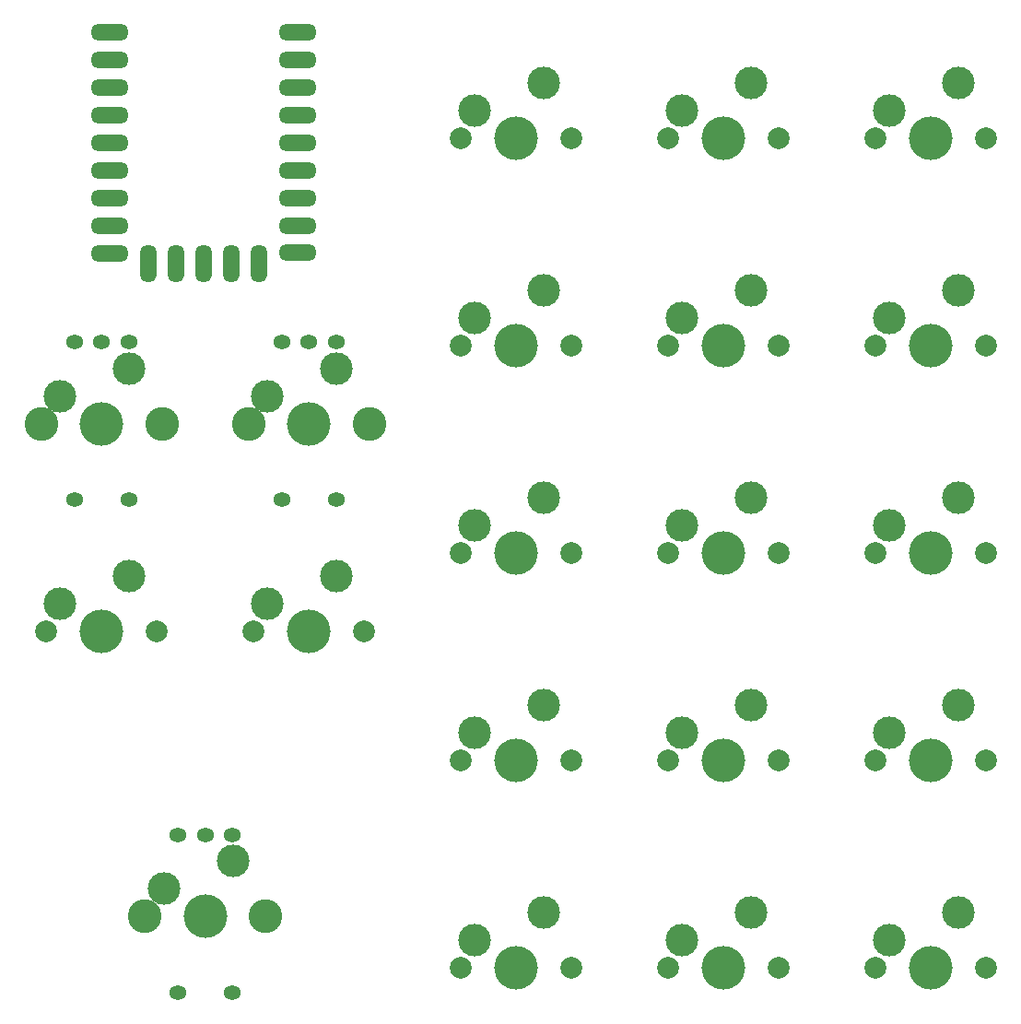
<source format=gbr>
G04 #@! TF.GenerationSoftware,KiCad,Pcbnew,7.0.9*
G04 #@! TF.CreationDate,2024-01-25T19:57:45+09:00*
G04 #@! TF.ProjectId,withTK,77697468-544b-42e6-9b69-6361645f7063,rev?*
G04 #@! TF.SameCoordinates,Original*
G04 #@! TF.FileFunction,Soldermask,Top*
G04 #@! TF.FilePolarity,Negative*
%FSLAX46Y46*%
G04 Gerber Fmt 4.6, Leading zero omitted, Abs format (unit mm)*
G04 Created by KiCad (PCBNEW 7.0.9) date 2024-01-25 19:57:45*
%MOMM*%
%LPD*%
G01*
G04 APERTURE LIST*
%ADD10C,2.000000*%
%ADD11C,3.000000*%
%ADD12C,4.000000*%
%ADD13O,1.600000X1.300000*%
%ADD14C,3.100000*%
%ADD15C,1.250000*%
%ADD16O,3.500000X1.500000*%
%ADD17O,1.500000X3.500000*%
G04 APERTURE END LIST*
D10*
X62147100Y-28621100D03*
D11*
X63417100Y-26081100D03*
D12*
X67227100Y-28621100D03*
D11*
X69767100Y-23541100D03*
D10*
X72307100Y-28621100D03*
X81197100Y-28621100D03*
D11*
X82467100Y-26081100D03*
D12*
X86277100Y-28621100D03*
D11*
X88817100Y-23541100D03*
D10*
X91357100Y-28621100D03*
X100247100Y-28621100D03*
D11*
X101517100Y-26081100D03*
D12*
X105327100Y-28621100D03*
D11*
X107867100Y-23541100D03*
D10*
X110407100Y-28621100D03*
X100247100Y-85771100D03*
D11*
X101517100Y-83231100D03*
D12*
X105327100Y-85771100D03*
D11*
X107867100Y-80691100D03*
D10*
X110407100Y-85771100D03*
X81197100Y-66721100D03*
D11*
X82467100Y-64181100D03*
D12*
X86277100Y-66721100D03*
D11*
X88817100Y-61641100D03*
D10*
X91357100Y-66721100D03*
X100247100Y-47671100D03*
D11*
X101517100Y-45131100D03*
D12*
X105327100Y-47671100D03*
D11*
X107867100Y-42591100D03*
D10*
X110407100Y-47671100D03*
X81197100Y-85771100D03*
D11*
X82467100Y-83231100D03*
D12*
X86277100Y-85771100D03*
D11*
X88817100Y-80691100D03*
D10*
X91357100Y-85771100D03*
X62147100Y-85771100D03*
D11*
X63417100Y-83231100D03*
D12*
X67227100Y-85771100D03*
D11*
X69767100Y-80691100D03*
D10*
X72307100Y-85771100D03*
X81197100Y-47671100D03*
D11*
X82467100Y-45131100D03*
D12*
X86277100Y-47671100D03*
D11*
X88817100Y-42591100D03*
D10*
X91357100Y-47671100D03*
D11*
X25317100Y-52274900D03*
D12*
X29127100Y-54814900D03*
D11*
X31667100Y-49734900D03*
D13*
X31627100Y-47314900D03*
X26627100Y-47314900D03*
X29127100Y-47314900D03*
D14*
X23577100Y-54814900D03*
X34677100Y-54814900D03*
D13*
X31627100Y-61814900D03*
X26627100Y-61814900D03*
D10*
X81197100Y-104821100D03*
D11*
X82467100Y-102281100D03*
D12*
X86277100Y-104821100D03*
D11*
X88817100Y-99741100D03*
D10*
X91357100Y-104821100D03*
X43097100Y-73864900D03*
D11*
X44367100Y-71324900D03*
D12*
X48177100Y-73864900D03*
D11*
X50717100Y-68784900D03*
D10*
X53257100Y-73864900D03*
D11*
X44367100Y-52274900D03*
D12*
X48177100Y-54814900D03*
D11*
X50717100Y-49734900D03*
D13*
X50677100Y-47314900D03*
X45677100Y-47314900D03*
X48177100Y-47314900D03*
D14*
X42627100Y-54814900D03*
X53727100Y-54814900D03*
D13*
X50677100Y-61814900D03*
X45677100Y-61814900D03*
D11*
X34842100Y-97518600D03*
D12*
X38652100Y-100058600D03*
D11*
X41192100Y-94978600D03*
D13*
X41152100Y-92558600D03*
X36152100Y-92558600D03*
X38652100Y-92558600D03*
D14*
X33102100Y-100058600D03*
X44202100Y-100058600D03*
D13*
X41152100Y-107058600D03*
X36152100Y-107058600D03*
D10*
X100247100Y-66721100D03*
D11*
X101517100Y-64181100D03*
D12*
X105327100Y-66721100D03*
D11*
X107867100Y-61641100D03*
D10*
X110407100Y-66721100D03*
X62147100Y-104821100D03*
D11*
X63417100Y-102281100D03*
D12*
X67227100Y-104821100D03*
D11*
X69767100Y-99741100D03*
D10*
X72307100Y-104821100D03*
X62147100Y-66721100D03*
D11*
X63417100Y-64181100D03*
D12*
X67227100Y-66721100D03*
D11*
X69767100Y-61641100D03*
D10*
X72307100Y-66721100D03*
X24047100Y-73864900D03*
D11*
X25317100Y-71324900D03*
D12*
X29127100Y-73864900D03*
D11*
X31667100Y-68784900D03*
D10*
X34207100Y-73864900D03*
X100247100Y-104821100D03*
D11*
X101517100Y-102281100D03*
D12*
X105327100Y-104821100D03*
D11*
X107867100Y-99741100D03*
D10*
X110407100Y-104821100D03*
X62147100Y-47671100D03*
D11*
X63417100Y-45131100D03*
D12*
X67227100Y-47671100D03*
D11*
X69767100Y-42591100D03*
D10*
X72307100Y-47671100D03*
D15*
X30902066Y-18839159D03*
D16*
X29902066Y-18839159D03*
D15*
X30902066Y-21359159D03*
D16*
X29902066Y-21359159D03*
D15*
X30902066Y-23899159D03*
D16*
X29902066Y-23899159D03*
D15*
X30902066Y-26429159D03*
D16*
X29902066Y-26429159D03*
D15*
X30902066Y-28979159D03*
D16*
X29902066Y-28979159D03*
D15*
X30902066Y-31519159D03*
D16*
X29902066Y-31519159D03*
D15*
X30902066Y-34059159D03*
D16*
X29902066Y-34059159D03*
D15*
X30902066Y-36599159D03*
D16*
X29902066Y-36599159D03*
D15*
X30902066Y-39139159D03*
D16*
X29902066Y-39139159D03*
D15*
X33442066Y-39139159D03*
D17*
X33442066Y-40139159D03*
D15*
X35992066Y-39139159D03*
D17*
X35992066Y-40139159D03*
D15*
X38522400Y-39139159D03*
D17*
X38522400Y-40139159D03*
D15*
X41072400Y-39139159D03*
D17*
X41072400Y-40139159D03*
D15*
X43602066Y-39139159D03*
D17*
X43602066Y-40139159D03*
D15*
X46142066Y-39123500D03*
D16*
X47142066Y-39123500D03*
D15*
X46142066Y-36599159D03*
D16*
X47142066Y-36599159D03*
D15*
X46142066Y-34059159D03*
D16*
X47142066Y-34059159D03*
D15*
X46142066Y-31519159D03*
D16*
X47142066Y-31519159D03*
D15*
X46142066Y-28979159D03*
D16*
X47142066Y-28979159D03*
D15*
X46142066Y-26429159D03*
D16*
X47142066Y-26429159D03*
D15*
X46142066Y-23899159D03*
D16*
X47142066Y-23899159D03*
D15*
X46142066Y-21359159D03*
D16*
X47142066Y-21359159D03*
D15*
X46142066Y-18839159D03*
D16*
X47142066Y-18839159D03*
M02*

</source>
